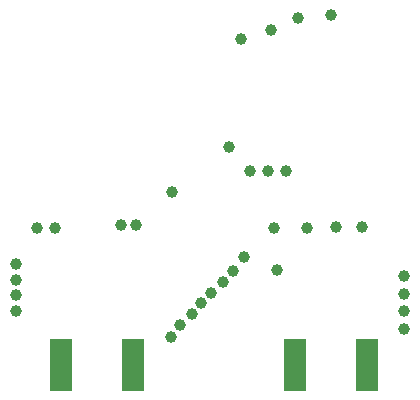
<source format=gbr>
G04 EAGLE Gerber RS-274X export*
G75*
%MOMM*%
%FSLAX34Y34*%
%LPD*%
%INSoldermask Bottom*%
%IPPOS*%
%AMOC8*
5,1,8,0,0,1.08239X$1,22.5*%
G01*
%ADD10R,1.981200X4.394200*%
%ADD11C,0.990600*%


D10*
X114300Y26670D03*
X53340Y26670D03*
X312420Y26670D03*
X251460Y26670D03*
D11*
X117348Y144526D03*
X243713Y190500D03*
X104140Y144780D03*
X228600Y190500D03*
X48260Y142240D03*
X213360Y190500D03*
X236220Y106680D03*
X147320Y172720D03*
X15240Y111737D03*
X208280Y117827D03*
X15240Y98529D03*
X199390Y105889D03*
X15240Y85321D03*
X190500Y96491D03*
X15240Y72113D03*
X180340Y87093D03*
X172212Y78567D03*
X344170Y101427D03*
X164592Y69169D03*
X344170Y86526D03*
X154432Y59771D03*
X344170Y71624D03*
X146812Y50373D03*
X344170Y56723D03*
X286173Y142875D03*
X254000Y320040D03*
X308610Y142875D03*
X281940Y322580D03*
X261620Y142240D03*
X231140Y310007D03*
X233680Y142240D03*
X205740Y302260D03*
X33020Y142240D03*
X195580Y210820D03*
M02*

</source>
